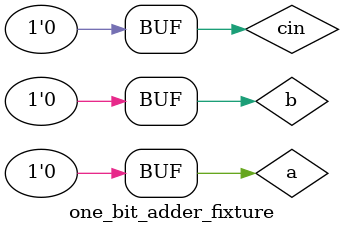
<source format=v>
`timescale 1ns / 1ps


module one_bit_adder_fixture;

	// Inputs
	reg a;
	reg b;
	reg cin;

	// Outputs
	wire q;
	wire cout;

	// Instantiate the Unit Under Test (UUT)
	one_bit_adder_gate uut (
		.q(q), 
		.cout(cout), 
		.a(a), 
		.b(b), 
		.cin(cin)
	);

	initial begin
		// Initialize Inputs
		a = 0;
		b = 0;
		cin = 0;

		// Wait 100 ns for global reset to finish
		#100;
        
		// Add stimulus here

	end
      
endmodule



</source>
